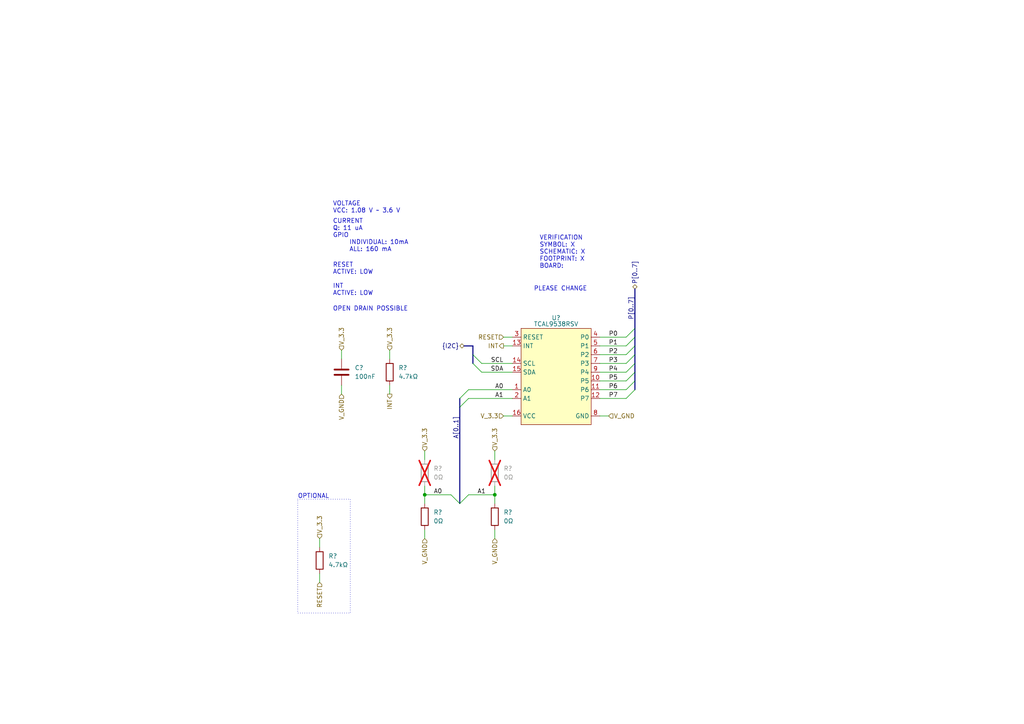
<source format=kicad_sch>
(kicad_sch (version 20231120) (generator "eeschema") (generator_version "8.0")
  (paper "A4")
  (lib_symbols
    (symbol "CUBESAT:TCAL9538PWR"
      (property "Reference" "U" (at 0 16.764 0))
      (property "Value" "TCAL9538" (at 0 14.986 0))
      (symbol "TCAL9538PWR_0_0"
        (pin input line (at -12.7 -3.81 0) (length 2.54) (name "A0") (number "1"))
        (pin bidirectional line (at 12.7 -1.27 180) (length 2.54) (name "P5") (number "10"))
        (pin bidirectional line (at 12.7 -3.81 180) (length 2.54) (name "P6") (number "11"))
        (pin bidirectional line (at 12.7 -6.35 180) (length 2.54) (name "P7") (number "12"))
        (pin open_collector line (at -12.7 8.89 0) (length 2.54) (name "INT") (number "13"))
        (pin input line (at -12.7 3.81 0) (length 2.54) (name "SCL") (number "14"))
        (pin bidirectional line (at -12.7 1.27 0) (length 2.54) (name "SDA") (number "15"))
        (pin power_in line (at -12.7 -11.43 0) (length 2.54) (name "VCC") (number "16"))
        (pin input line (at -12.7 -6.35 0) (length 2.54) (name "A1") (number "2"))
        (pin input line (at -12.7 11.43 0) (length 2.54) (name "RESET") (number "3"))
        (pin bidirectional line (at 12.7 11.43 180) (length 2.54) (name "P0") (number "4"))
        (pin bidirectional line (at 12.7 8.89 180) (length 2.54) (name "P1") (number "5"))
        (pin bidirectional line (at 12.7 6.35 180) (length 2.54) (name "P2") (number "6"))
        (pin bidirectional line (at 12.7 3.81 180) (length 2.54) (name "P3") (number "7"))
        (pin power_in line (at 12.7 -11.43 180) (length 2.54) (name "GND") (number "8"))
        (pin bidirectional line (at 12.7 1.27 180) (length 2.54) (name "P4") (number "9"))
      )
      (symbol "TCAL9538PWR_1_1"
        (rectangle (start -10.16 13.97) (end 10.16 -13.97) (fill (type background)))
      )
    )
    (symbol "Device:C" (pin_numbers hide) (pin_names (offset 0.254))
      (property "Reference" "C" (at 0.635 2.54 0))
      (property "Value" "C" (at 0.635 -2.54 0))
      (symbol "C_0_1"
        (polyline (pts (xy -2.032 -0.762) (xy 2.032 -0.762)) (stroke (width 0.508)))
        (polyline (pts (xy -2.032 0.762) (xy 2.032 0.762)) (stroke (width 0.508)))
      )
      (symbol "C_1_1"
        (pin passive line (at 0 3.81 270) (length 2.794) (name "~") (number "1"))
        (pin passive line (at 0 -3.81 90) (length 2.794) (name "~") (number "2"))
      )
    )
    (symbol "Device:R" (pin_numbers hide) (pin_names (offset 0))
      (property "Reference" "R" (at 2.032 0 90))
      (property "Value" "R" (at 0 0 90))
      (symbol "R_0_1"
        (rectangle (start -1.016 -2.54) (end 1.016 2.54) (stroke (width 0.254)))
      )
      (symbol "R_1_1"
        (pin passive line (at 0 3.81 270) (length 1.27) (name "~") (number "1"))
        (pin passive line (at 0 -3.81 90) (length 1.27) (name "~") (number "2"))
      )
    )
  )
  (junction (at 143.51 143.51))
  (junction (at 123.19 143.51))
  (bus_entry (at 133.35 146.05) (size -2.54 -2.54))
  (bus_entry (at 184.15 107.95) (size -2.54 2.54))
  (bus_entry (at 184.15 102.87) (size -2.54 2.54))
  (bus_entry (at 184.15 95.25) (size -2.54 2.54))
  (bus_entry (at 137.16 102.87) (size 2.54 2.54))
  (bus_entry (at 184.15 97.79) (size -2.54 2.54))
  (bus_entry (at 133.35 118.11) (size 2.54 -2.54))
  (bus_entry (at 184.15 110.49) (size -2.54 2.54))
  (bus_entry (at 133.35 115.57) (size 2.54 -2.54))
  (bus_entry (at 184.15 100.33) (size -2.54 2.54))
  (bus_entry (at 137.16 105.41) (size 2.54 2.54))
  (bus_entry (at 184.15 113.03) (size -2.54 2.54))
  (bus_entry (at 184.15 105.41) (size -2.54 2.54))
  (bus_entry (at 133.35 146.05) (size 2.54 -2.54))
  (wire (pts (xy 139.7 105.41) (xy 148.59 105.41)))
  (wire (pts (xy 123.19 143.51) (xy 123.19 140.97)))
  (bus (pts (xy 133.35 118.11) (xy 133.35 115.57)))
  (wire (pts (xy 173.99 115.57) (xy 181.61 115.57)))
  (bus (pts (xy 184.15 102.87) (xy 184.15 105.41)))
  (wire (pts (xy 130.81 143.51) (xy 123.19 143.51)))
  (wire (pts (xy 139.7 107.95) (xy 148.59 107.95)))
  (wire (pts (xy 173.99 100.33) (xy 181.61 100.33)))
  (bus (pts (xy 184.15 97.79) (xy 184.15 100.33)))
  (wire (pts (xy 135.89 113.03) (xy 148.59 113.03)))
  (wire (pts (xy 176.53 120.65) (xy 173.99 120.65)))
  (bus (pts (xy 184.15 105.41) (xy 184.15 107.95)))
  (bus (pts (xy 134.62 100.33) (xy 137.16 100.33)))
  (wire (pts (xy 113.03 114.3) (xy 113.03 111.76)))
  (wire (pts (xy 146.05 100.33) (xy 148.59 100.33)))
  (wire (pts (xy 92.71 168.91) (xy 92.71 166.37)))
  (wire (pts (xy 123.19 146.05) (xy 123.19 143.51)))
  (wire (pts (xy 99.06 114.3) (xy 99.06 111.76)))
  (wire (pts (xy 173.99 113.03) (xy 181.61 113.03)))
  (bus (pts (xy 133.35 118.11) (xy 133.35 146.05)))
  (wire (pts (xy 173.99 107.95) (xy 181.61 107.95)))
  (wire (pts (xy 135.89 115.57) (xy 148.59 115.57)))
  (bus (pts (xy 184.15 95.25) (xy 184.15 97.79)))
  (wire (pts (xy 173.99 102.87) (xy 181.61 102.87)))
  (bus (pts (xy 184.15 100.33) (xy 184.15 102.87)))
  (bus (pts (xy 137.16 102.87) (xy 137.16 105.41)))
  (wire (pts (xy 123.19 156.21) (xy 123.19 153.67)))
  (bus (pts (xy 184.15 83.82) (xy 184.15 95.25)))
  (bus (pts (xy 137.16 100.33) (xy 137.16 102.87)))
  (bus (pts (xy 184.15 110.49) (xy 184.15 113.03)))
  (wire (pts (xy 173.99 97.79) (xy 181.61 97.79)))
  (wire (pts (xy 143.51 130.81) (xy 143.51 133.35)))
  (wire (pts (xy 92.71 156.21) (xy 92.71 158.75)))
  (wire (pts (xy 113.03 101.6) (xy 113.03 104.14)))
  (wire (pts (xy 173.99 105.41) (xy 181.61 105.41)))
  (wire (pts (xy 99.06 104.14) (xy 99.06 101.6)))
  (wire (pts (xy 143.51 146.05) (xy 143.51 143.51)))
  (wire (pts (xy 173.99 110.49) (xy 181.61 110.49)))
  (wire (pts (xy 146.05 120.65) (xy 148.59 120.65)))
  (wire (pts (xy 143.51 143.51) (xy 143.51 140.97)))
  (wire (pts (xy 146.05 97.79) (xy 148.59 97.79)))
  (wire (pts (xy 123.19 130.81) (xy 123.19 133.35)))
  (bus (pts (xy 184.15 107.95) (xy 184.15 110.49)))
  (wire (pts (xy 143.51 156.21) (xy 143.51 153.67)))
  (wire (pts (xy 135.89 143.51) (xy 143.51 143.51)))
  (rectangle (start 86.36 144.78) (end 101.6 177.8) (stroke (width 0) (type dot)))
  (text "OPTIONAL" (at 86.36 143.256 0) (effects (font (size 1.27 1.27)) (justify left top)))
  (text "RESET\nACTIVE: LOW\n\nINT\nACTIVE: LOW" (at 96.52 76.2 0) (effects (font (size 1.27 1.27)) (justify left top)))
  (text "OPEN DRAIN POSSIBLE" (at 96.52 88.9 0) (effects (font (size 1.27 1.27)) (justify left top)))
  (text "VERIFICATION\nSYMBOL: X\nSCHEMATIC: X\nFOOTPRINT: X\nBOARD: " (at 156.464 68.326 0) (effects (font (size 1.27 1.27)) (justify left top)))
  (text "VOLTAGE\nVCC: 1.08 V ~ 3.6 V" (at 96.52 58.42 0) (effects (font (size 1.27 1.27)) (justify left top)))
  (text "CURRENT\nQ: 11 uA\nGPIO\n	INDIVIDUAL: 10mA\n	ALL: 160 mA	" (at 96.52 63.5 0) (effects (font (size 1.27 1.27)) (justify left top)))
  (text "PLEASE CHANGE" (at 162.56 83.82 0) (effects (font (size 1.27 1.27))))
  (label "A1" (at 138.43 143.51 0))
  (label "A0" (at 146.05 113.03 180))
  (label "A[0..1]" (at 133.35 120.65 270))
  (label "P7" (at 176.53 115.57 0))
  (label "A1" (at 146.05 115.57 180))
  (label "P5" (at 176.53 110.49 0))
  (label "P1" (at 176.53 100.33 0))
  (label "P0" (at 176.53 97.79 0))
  (label "P4" (at 176.53 107.95 0))
  (label "P[0..7]" (at 184.15 92.71 90))
  (label "P3" (at 176.53 105.41 0))
  (label "SCL" (at 146.05 105.41 180))
  (label "P6" (at 176.53 113.03 0))
  (label "A0" (at 128.27 143.51 180))
  (label "P2" (at 176.53 102.87 0))
  (label "SDA" (at 146.05 107.95 180))
  (hierarchical_label "V_GND" (shape input) (at 143.51 156.21 270))
  (hierarchical_label "V_3.3" (shape input) (at 113.03 101.6 90))
  (hierarchical_label "P[0..7]" (shape bidirectional) (at 184.15 83.82 90))
  (hierarchical_label "V_GND" (shape input) (at 176.53 120.65 0))
  (hierarchical_label "V_GND" (shape input) (at 123.19 156.21 270))
  (hierarchical_label "INT" (shape output) (at 146.05 100.33 180))
  (hierarchical_label "V_3.3" (shape input) (at 123.19 130.81 90))
  (hierarchical_label "RESET" (shape input) (at 146.05 97.79 180))
  (hierarchical_label "V_3.3" (shape input) (at 143.51 130.81 90))
  (hierarchical_label "V_3.3" (shape input) (at 146.05 120.65 180))
  (hierarchical_label "{I2C}" (shape bidirectional) (at 134.62 100.33 180))
  (hierarchical_label "V_3.3" (shape input) (at 92.71 156.21 90))
  (hierarchical_label "RESET" (shape input) (at 92.71 168.91 270))
  (hierarchical_label "INT" (shape output) (at 113.03 114.3 270))
  (hierarchical_label "V_GND" (shape input) (at 99.06 114.3 270))
  (hierarchical_label "V_3.3" (shape input) (at 99.06 101.6 90))
  (symbol (lib_id "Device:R") (at 143.51 149.86 0) (unit 1)
    (property "Reference" "R?" (at 146.05 148.5899 0) (effects (justify left)))
    (property "Value" "0Ω" (at 146.05 151.1299 0) (effects (justify left)))
    (property "Footprint" "Resistor_SMD:R_0603_1608Metric" (effects (hide yes)))
    (property "Description" "Resistor" (effects (hide yes)))
    (instances (project "communication" (path "" (reference "R?") (unit 1)) (path "" (reference "R?") (unit 1))) (project "control" (path "" (reference "R62") (unit 1)) (path "" (reference "R11") (unit 1))) (project "power" (path "" (reference "R?") (unit 1))))
  )
  (symbol (lib_id "CUBESAT:TCAL9538PWR") (at 161.29 109.22 0) (unit 1)
    (property "Reference" "U?" (at 161.29 92.202 0))
    (property "Value" "TCAL9538RSV" (at 161.29 93.98 0))
    (property "Footprint" "Package_DFN_QFN:Texas_R-PUQFN-N16" (effects (hide yes)))
    (property "Datasheet" "https://www.ti.com/lit/ds/symlink/tcal9538.pdf" (effects (hide yes)))
    (property "Description" "TCAL9538 8-Bit I2C-Bus, SMBus I/O Expander With Interrupt Output, Reset, and Agile I/O Configuration Registers" (effects (hide yes)))
    (instances (project "communication" (path "" (reference "U?") (unit 1)) (path "" (reference "U?") (unit 1))) (project "control" (path "" (reference "U24") (unit 1)) (path "" (reference "U2") (unit 1))) (project "power" (path "" (reference "U?") (unit 1))))
  )
  (symbol (lib_id "Device:R") (at 123.19 149.86 0) (unit 1)
    (property "Reference" "R?" (at 125.73 148.5899 0) (effects (justify left)))
    (property "Value" "0Ω" (at 125.73 151.1299 0) (effects (justify left)))
    (property "Footprint" "Resistor_SMD:R_0603_1608Metric" (effects (hide yes)))
    (property "Description" "Resistor" (effects (hide yes)))
    (instances (project "communication" (path "" (reference "R?") (unit 1)) (path "" (reference "R?") (unit 1))) (project "control" (path "" (reference "R48") (unit 1)) (path "" (reference "R9") (unit 1))) (project "power" (path "" (reference "R?") (unit 1))))
  )
  (symbol (lib_id "Device:R") (at 113.03 107.95 0) (unit 1)
    (property "Reference" "R?" (at 115.57 106.6799 0) (effects (justify left)))
    (property "Value" "4.7kΩ" (at 115.57 109.2199 0) (effects (justify left)))
    (property "Footprint" "Resistor_SMD:R_0603_1608Metric" (effects (hide yes)))
    (property "Description" "Resistor" (effects (hide yes)))
    (instances (project "communication" (path "" (reference "R?") (unit 1)) (path "" (reference "R?") (unit 1))) (project "control" (path "" (reference "R34") (unit 1)) (path "" (reference "R7") (unit 1))) (project "power" (path "" (reference "R?") (unit 1))))
  )
  (symbol (lib_id "Device:R") (at 143.51 137.16 0) (unit 1) (dnp yes)
    (property "Reference" "R?" (at 146.05 135.8899 0) (effects (justify left)))
    (property "Value" "0Ω" (at 146.05 138.4299 0) (effects (justify left)))
    (property "Footprint" "Resistor_SMD:R_0603_1608Metric" (effects (hide yes)))
    (property "Description" "Resistor" (effects (hide yes)))
    (instances (project "communication" (path "" (reference "R?") (unit 1)) (path "" (reference "R?") (unit 1))) (project "control" (path "" (reference "R49") (unit 1)) (path "" (reference "R10") (unit 1))) (project "power" (path "" (reference "R?") (unit 1))))
  )
  (symbol (lib_id "Device:R") (at 92.71 162.56 0) (unit 1)
    (property "Reference" "R?" (at 95.25 161.2899 0) (effects (justify left)))
    (property "Value" "4.7kΩ" (at 95.25 163.8299 0) (effects (justify left)))
    (property "Footprint" "Resistor_SMD:R_0603_1608Metric" (effects (hide yes)))
    (property "Description" "Resistor" (effects (hide yes)))
    (instances (project "communication" (path "" (reference "R?") (unit 1)) (path "" (reference "R?") (unit 1))) (project "control" (path "" (reference "R33") (unit 1)) (path "" (reference "R6") (unit 1))) (project "power" (path "" (reference "R?") (unit 1))))
  )
  (symbol (lib_id "Device:R") (at 123.19 137.16 0) (unit 1) (dnp yes)
    (property "Reference" "R?" (at 125.73 135.8899 0) (effects (justify left)))
    (property "Value" "0Ω" (at 125.73 138.4299 0) (effects (justify left)))
    (property "Footprint" "Resistor_SMD:R_0603_1608Metric" (effects (hide yes)))
    (property "Description" "Resistor" (effects (hide yes)))
    (instances (project "communication" (path "" (reference "R?") (unit 1)) (path "" (reference "R?") (unit 1))) (project "control" (path "" (reference "R47") (unit 1)) (path "" (reference "R8") (unit 1))) (project "power" (path "" (reference "R?") (unit 1))))
  )
  (symbol (lib_id "Device:C") (at 99.06 107.95 0) (unit 1)
    (property "Reference" "C?" (at 102.87 106.6799 0) (effects (justify left)))
    (property "Value" "100nF" (at 102.87 109.2199 0) (effects (justify left)))
    (property "Footprint" "Capacitor_SMD:C_0603_1608Metric" (effects (hide yes)))
    (property "Description" "Unpolarized capacitor" (effects (hide yes)))
    (instances (project "communication" (path "" (reference "C?") (unit 1)) (path "" (reference "C?") (unit 1))) (project "control" (path "" (reference "C102") (unit 1)) (path "" (reference "C2") (unit 1))) (project "power" (path "" (reference "C?") (unit 1))))
  )
)
</source>
